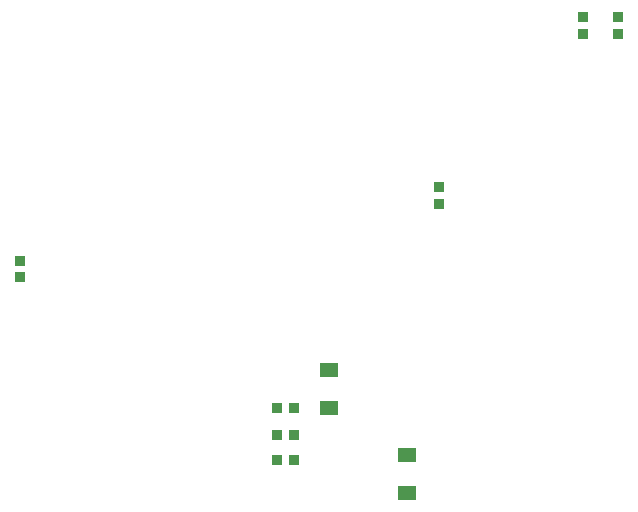
<source format=gbp>
G04*
G04 #@! TF.GenerationSoftware,Altium Limited,Altium Designer,19.1.9 (167)*
G04*
G04 Layer_Color=128*
%FSLAX42Y42*%
%MOMM*%
G71*
G01*
G75*
%ADD20R,0.85X0.85*%
%ADD21R,0.85X0.85*%
%ADD29R,1.60X1.20*%
D20*
X2980Y4880D02*
D03*
X3120Y4880D02*
D03*
X2980Y4650D02*
D03*
X3120D02*
D03*
X2980Y4440D02*
D03*
X3120Y4440D02*
D03*
D21*
X5865Y8050D02*
D03*
Y8190D02*
D03*
X5565Y8050D02*
D03*
Y8190D02*
D03*
X802Y5990D02*
D03*
Y6130D02*
D03*
X4350Y6610D02*
D03*
Y6750D02*
D03*
D29*
X3415Y4883D02*
D03*
X3415Y5203D02*
D03*
X4078Y4485D02*
D03*
X4078Y4165D02*
D03*
M02*

</source>
